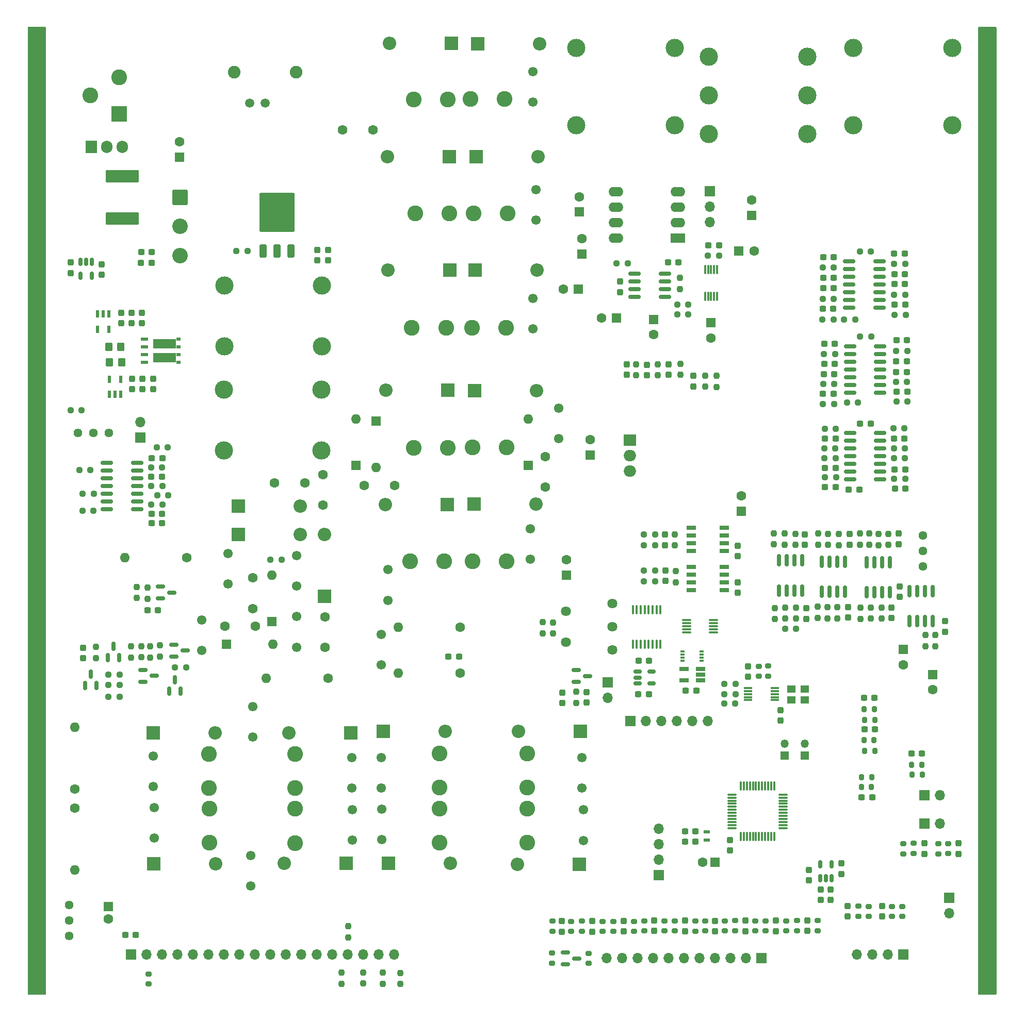
<source format=gts>
G04 #@! TF.GenerationSoftware,KiCad,Pcbnew,7.0.10*
G04 #@! TF.CreationDate,2024-11-23T11:02:06-08:00*
G04 #@! TF.ProjectId,fieldRadio,6669656c-6452-4616-9469-6f2e6b696361,rev?*
G04 #@! TF.SameCoordinates,Original*
G04 #@! TF.FileFunction,Soldermask,Top*
G04 #@! TF.FilePolarity,Negative*
%FSLAX46Y46*%
G04 Gerber Fmt 4.6, Leading zero omitted, Abs format (unit mm)*
G04 Created by KiCad (PCBNEW 7.0.10) date 2024-11-23 11:02:06*
%MOMM*%
%LPD*%
G01*
G04 APERTURE LIST*
G04 Aperture macros list*
%AMRoundRect*
0 Rectangle with rounded corners*
0 $1 Rounding radius*
0 $2 $3 $4 $5 $6 $7 $8 $9 X,Y pos of 4 corners*
0 Add a 4 corners polygon primitive as box body*
4,1,4,$2,$3,$4,$5,$6,$7,$8,$9,$2,$3,0*
0 Add four circle primitives for the rounded corners*
1,1,$1+$1,$2,$3*
1,1,$1+$1,$4,$5*
1,1,$1+$1,$6,$7*
1,1,$1+$1,$8,$9*
0 Add four rect primitives between the rounded corners*
20,1,$1+$1,$2,$3,$4,$5,0*
20,1,$1+$1,$4,$5,$6,$7,0*
20,1,$1+$1,$6,$7,$8,$9,0*
20,1,$1+$1,$8,$9,$2,$3,0*%
G04 Aperture macros list end*
%ADD10RoundRect,0.237500X-0.237500X0.300000X-0.237500X-0.300000X0.237500X-0.300000X0.237500X0.300000X0*%
%ADD11RoundRect,0.237500X0.250000X0.237500X-0.250000X0.237500X-0.250000X-0.237500X0.250000X-0.237500X0*%
%ADD12RoundRect,0.237500X0.237500X-0.250000X0.237500X0.250000X-0.237500X0.250000X-0.237500X-0.250000X0*%
%ADD13R,2.200000X2.200000*%
%ADD14O,2.200000X2.200000*%
%ADD15RoundRect,0.237500X-0.250000X-0.237500X0.250000X-0.237500X0.250000X0.237500X-0.250000X0.237500X0*%
%ADD16C,1.600000*%
%ADD17RoundRect,0.250000X0.350000X-0.850000X0.350000X0.850000X-0.350000X0.850000X-0.350000X-0.850000X0*%
%ADD18RoundRect,0.249997X2.650003X-2.950003X2.650003X2.950003X-2.650003X2.950003X-2.650003X-2.950003X0*%
%ADD19R,1.270000X0.610000*%
%ADD20R,0.710000X0.610000*%
%ADD21R,3.810000X1.650000*%
%ADD22RoundRect,0.150000X0.150000X-0.825000X0.150000X0.825000X-0.150000X0.825000X-0.150000X-0.825000X0*%
%ADD23C,1.550000*%
%ADD24RoundRect,0.237500X-0.237500X0.250000X-0.237500X-0.250000X0.237500X-0.250000X0.237500X0.250000X0*%
%ADD25R,1.905000X2.000000*%
%ADD26O,1.905000X2.000000*%
%ADD27RoundRect,0.200000X0.275000X-0.200000X0.275000X0.200000X-0.275000X0.200000X-0.275000X-0.200000X0*%
%ADD28RoundRect,0.237500X-0.300000X-0.237500X0.300000X-0.237500X0.300000X0.237500X-0.300000X0.237500X0*%
%ADD29R,1.600000X1.600000*%
%ADD30R,1.400000X1.200000*%
%ADD31RoundRect,0.150000X-0.587500X-0.150000X0.587500X-0.150000X0.587500X0.150000X-0.587500X0.150000X0*%
%ADD32RoundRect,0.200000X-0.275000X0.200000X-0.275000X-0.200000X0.275000X-0.200000X0.275000X0.200000X0*%
%ADD33RoundRect,0.200000X-0.200000X-0.275000X0.200000X-0.275000X0.200000X0.275000X-0.200000X0.275000X0*%
%ADD34RoundRect,0.075000X0.650000X0.075000X-0.650000X0.075000X-0.650000X-0.075000X0.650000X-0.075000X0*%
%ADD35R,0.600000X1.200000*%
%ADD36RoundRect,0.237500X0.237500X-0.300000X0.237500X0.300000X-0.237500X0.300000X-0.237500X-0.300000X0*%
%ADD37C,2.600000*%
%ADD38R,1.700000X1.700000*%
%ADD39O,1.700000X1.700000*%
%ADD40RoundRect,0.075000X0.075000X-0.662500X0.075000X0.662500X-0.075000X0.662500X-0.075000X-0.662500X0*%
%ADD41RoundRect,0.075000X0.662500X-0.075000X0.662500X0.075000X-0.662500X0.075000X-0.662500X-0.075000X0*%
%ADD42RoundRect,0.150000X0.825000X0.150000X-0.825000X0.150000X-0.825000X-0.150000X0.825000X-0.150000X0*%
%ADD43RoundRect,0.237500X0.300000X0.237500X-0.300000X0.237500X-0.300000X-0.237500X0.300000X-0.237500X0*%
%ADD44R,1.560000X0.650000*%
%ADD45C,3.000000*%
%ADD46RoundRect,0.150000X-0.512500X-0.150000X0.512500X-0.150000X0.512500X0.150000X-0.512500X0.150000X0*%
%ADD47R,1.528000X0.650000*%
%ADD48R,1.350000X1.350000*%
%ADD49O,1.350000X1.350000*%
%ADD50RoundRect,0.250000X-0.350000X-0.450000X0.350000X-0.450000X0.350000X0.450000X-0.350000X0.450000X0*%
%ADD51RoundRect,0.200000X0.200000X0.275000X-0.200000X0.275000X-0.200000X-0.275000X0.200000X-0.275000X0*%
%ADD52O,1.600000X1.600000*%
%ADD53RoundRect,0.250001X-2.474999X0.799999X-2.474999X-0.799999X2.474999X-0.799999X2.474999X0.799999X0*%
%ADD54R,2.000000X1.905000*%
%ADD55O,2.000000X1.905000*%
%ADD56C,1.440000*%
%ADD57R,2.400000X1.600000*%
%ADD58O,2.400000X1.600000*%
%ADD59RoundRect,0.249999X-1.025001X1.025001X-1.025001X-1.025001X1.025001X-1.025001X1.025001X1.025001X0*%
%ADD60C,2.550000*%
%ADD61RoundRect,0.150000X0.150000X-0.587500X0.150000X0.587500X-0.150000X0.587500X-0.150000X-0.587500X0*%
%ADD62RoundRect,0.075000X-0.075000X0.650000X-0.075000X-0.650000X0.075000X-0.650000X0.075000X0.650000X0*%
%ADD63R,1.400000X0.300000*%
%ADD64RoundRect,0.100000X-0.100000X0.637500X-0.100000X-0.637500X0.100000X-0.637500X0.100000X0.637500X0*%
%ADD65R,1.100000X0.600000*%
%ADD66C,2.090000*%
%ADD67C,1.509000*%
%ADD68R,0.800000X0.300000*%
%ADD69RoundRect,0.150000X-0.150000X0.512500X-0.150000X-0.512500X0.150000X-0.512500X0.150000X0.512500X0*%
%ADD70R,2.600000X2.600000*%
%ADD71C,1.627000*%
%ADD72RoundRect,0.150000X-0.825000X-0.150000X0.825000X-0.150000X0.825000X0.150000X-0.825000X0.150000X0*%
%ADD73RoundRect,0.150000X0.150000X-0.512500X0.150000X0.512500X-0.150000X0.512500X-0.150000X-0.512500X0*%
G04 APERTURE END LIST*
D10*
X164890000Y-218907500D03*
X164890000Y-220632500D03*
D11*
X208047500Y-120045000D03*
X206222500Y-120045000D03*
D10*
X164000000Y-181257500D03*
X164000000Y-182982500D03*
D12*
X219570000Y-173740000D03*
X219570000Y-171915000D03*
D13*
X162830000Y-209557635D03*
D14*
X152670000Y-209557635D03*
D10*
X121595000Y-108622500D03*
X121595000Y-110347500D03*
D15*
X112107500Y-159540000D03*
X113932500Y-159540000D03*
D16*
X104640000Y-170420000D03*
X109640000Y-170420000D03*
D17*
X110890000Y-108775000D03*
X113170000Y-108775000D03*
X115450000Y-108775000D03*
D18*
X113170000Y-102475000D03*
D19*
X91380000Y-123300000D03*
X91380000Y-124570000D03*
X91380000Y-125840000D03*
X91380000Y-127110000D03*
D20*
X97000000Y-125840000D03*
D21*
X94740000Y-126335000D03*
D20*
X97000000Y-127110000D03*
X97000000Y-123300000D03*
D21*
X94740000Y-124075000D03*
D20*
X97000000Y-124570000D03*
D22*
X202615000Y-164777500D03*
X203885000Y-164777500D03*
X205155000Y-164777500D03*
X206425000Y-164777500D03*
X206425000Y-159827500D03*
X205155000Y-159827500D03*
X203885000Y-159827500D03*
X202615000Y-159827500D03*
D23*
X92875000Y-191807635D03*
X92875000Y-196807635D03*
D10*
X173870000Y-127487500D03*
X173870000Y-129212500D03*
X219440000Y-206127500D03*
X219440000Y-207852500D03*
D24*
X90880000Y-173737500D03*
X90880000Y-175562500D03*
D23*
X125575000Y-200600000D03*
X125575000Y-205600000D03*
D25*
X82725000Y-91750000D03*
D26*
X85265000Y-91750000D03*
X87805000Y-91750000D03*
D27*
X208565000Y-218090000D03*
X208565000Y-216440000D03*
D28*
X202747500Y-118270000D03*
X204472500Y-118270000D03*
D12*
X210645000Y-169215000D03*
X210645000Y-167390000D03*
D28*
X209577500Y-187405000D03*
X211302500Y-187405000D03*
D11*
X216297500Y-110945000D03*
X214472500Y-110945000D03*
D28*
X214797500Y-128670000D03*
X216522500Y-128670000D03*
D29*
X185065112Y-209240000D03*
D16*
X183065112Y-209240000D03*
D28*
X209132500Y-198525000D03*
X210857500Y-198525000D03*
X202772500Y-132295000D03*
X204497500Y-132295000D03*
D27*
X181820000Y-220535000D03*
X181820000Y-218885000D03*
D11*
X204547500Y-116645000D03*
X202722500Y-116645000D03*
D30*
X199820000Y-180820000D03*
X197620000Y-180820000D03*
X197620000Y-182520000D03*
X199820000Y-182520000D03*
D28*
X90867500Y-109010000D03*
X92592500Y-109010000D03*
D24*
X208970000Y-167440000D03*
X208970000Y-169265000D03*
D15*
X96427500Y-177240000D03*
X98252500Y-177240000D03*
D31*
X160532500Y-224080000D03*
X160532500Y-225980000D03*
X162407500Y-225030000D03*
D11*
X216372500Y-119345000D03*
X214547500Y-119345000D03*
D12*
X203545000Y-169140000D03*
X203545000Y-167315000D03*
D32*
X221710000Y-206205000D03*
X221710000Y-207855000D03*
X178460000Y-218845000D03*
X178460000Y-220495000D03*
D33*
X209515000Y-189180000D03*
X211165000Y-189180000D03*
D29*
X220820000Y-178404888D03*
D16*
X220820000Y-180904888D03*
D32*
X168360000Y-218945000D03*
X168360000Y-220595000D03*
D34*
X184810000Y-171450000D03*
X184810000Y-170950000D03*
X184810000Y-170450000D03*
X184810000Y-169950000D03*
X184810000Y-169450000D03*
X180410000Y-169450000D03*
X180410000Y-169950000D03*
X180410000Y-170450000D03*
X180410000Y-170950000D03*
X180410000Y-171450000D03*
D35*
X85593762Y-119180000D03*
X84643762Y-119180000D03*
X83693762Y-119180000D03*
X83693762Y-121680000D03*
X85593762Y-121680000D03*
D36*
X188750000Y-158952500D03*
X188750000Y-157227500D03*
D11*
X108332500Y-108780000D03*
X106507500Y-108780000D03*
X204647500Y-130620000D03*
X202822500Y-130620000D03*
D36*
X199810000Y-157112500D03*
X199810000Y-155387500D03*
D24*
X175700000Y-127427500D03*
X175700000Y-129252500D03*
D11*
X216222500Y-142870000D03*
X214397500Y-142870000D03*
D29*
X168902380Y-119780000D03*
D16*
X166402380Y-119780000D03*
D10*
X175070000Y-218797500D03*
X175070000Y-220522500D03*
D13*
X124555000Y-209357635D03*
D14*
X114395000Y-209357635D03*
D31*
X162287500Y-177680000D03*
X162287500Y-179580000D03*
X164162500Y-178630000D03*
D37*
X139850000Y-196982635D03*
X139850000Y-191382635D03*
D38*
X223480000Y-215055000D03*
D39*
X223480000Y-217595000D03*
D28*
X172537500Y-176110000D03*
X174262500Y-176110000D03*
D16*
X112770000Y-146890000D03*
X117770000Y-146890000D03*
D40*
X189285000Y-205027500D03*
X189785000Y-205027500D03*
X190285000Y-205027500D03*
X190785000Y-205027500D03*
X191285000Y-205027500D03*
X191785000Y-205027500D03*
X192285000Y-205027500D03*
X192785000Y-205027500D03*
X193285000Y-205027500D03*
X193785000Y-205027500D03*
X194285000Y-205027500D03*
X194785000Y-205027500D03*
D41*
X196197500Y-203615000D03*
X196197500Y-203115000D03*
X196197500Y-202615000D03*
X196197500Y-202115000D03*
X196197500Y-201615000D03*
X196197500Y-201115000D03*
X196197500Y-200615000D03*
X196197500Y-200115000D03*
X196197500Y-199615000D03*
X196197500Y-199115000D03*
X196197500Y-198615000D03*
X196197500Y-198115000D03*
D40*
X194785000Y-196702500D03*
X194285000Y-196702500D03*
X193785000Y-196702500D03*
X193285000Y-196702500D03*
X192785000Y-196702500D03*
X192285000Y-196702500D03*
X191785000Y-196702500D03*
X191285000Y-196702500D03*
X190785000Y-196702500D03*
X190285000Y-196702500D03*
X189785000Y-196702500D03*
X189285000Y-196702500D03*
D41*
X187872500Y-198115000D03*
X187872500Y-198615000D03*
X187872500Y-199115000D03*
X187872500Y-199615000D03*
X187872500Y-200115000D03*
X187872500Y-200615000D03*
X187872500Y-201115000D03*
X187872500Y-201615000D03*
X187872500Y-202115000D03*
X187872500Y-202615000D03*
X187872500Y-203115000D03*
X187872500Y-203615000D03*
D38*
X90770000Y-139480000D03*
D39*
X90770000Y-136940000D03*
D11*
X170722500Y-110860000D03*
X168897500Y-110860000D03*
D10*
X213995000Y-167390000D03*
X213995000Y-169115000D03*
D11*
X87332500Y-182020000D03*
X85507500Y-182020000D03*
D23*
X125425000Y-197057635D03*
X125425000Y-192057635D03*
D10*
X160030000Y-181337500D03*
X160030000Y-183062500D03*
D16*
X123940000Y-88890000D03*
X128940000Y-88890000D03*
D32*
X186690000Y-218875000D03*
X186690000Y-220525000D03*
D42*
X212035000Y-118130000D03*
X212035000Y-116860000D03*
X212035000Y-115590000D03*
X212035000Y-114320000D03*
X212035000Y-113050000D03*
X212035000Y-111780000D03*
X212035000Y-110510000D03*
X207085000Y-110510000D03*
X207085000Y-111780000D03*
X207085000Y-113050000D03*
X207085000Y-114320000D03*
X207085000Y-115590000D03*
X207085000Y-116860000D03*
X207085000Y-118130000D03*
D15*
X196547500Y-170867500D03*
X198372500Y-170867500D03*
D43*
X204622500Y-129020000D03*
X202897500Y-129020000D03*
D37*
X154225000Y-200432635D03*
X154225000Y-206032635D03*
D44*
X182670000Y-179360000D03*
X182670000Y-178410000D03*
X182670000Y-177460000D03*
X179970000Y-177460000D03*
X179970000Y-179360000D03*
D45*
X162250000Y-75475000D03*
X178480000Y-75475000D03*
X162250000Y-88175000D03*
X178480000Y-88175000D03*
D10*
X188770000Y-163217500D03*
X188770000Y-164942500D03*
D45*
X120545000Y-114510000D03*
X104545000Y-114510000D03*
X120545000Y-124510000D03*
X104545000Y-124510000D03*
D33*
X217340000Y-193220000D03*
X218990000Y-193220000D03*
D37*
X139850000Y-200432635D03*
X139850000Y-206032635D03*
D11*
X208522500Y-133720000D03*
X206697500Y-133720000D03*
D10*
X180120000Y-218807500D03*
X180120000Y-220532500D03*
D46*
X172392500Y-177940000D03*
X172392500Y-178890000D03*
X172392500Y-179840000D03*
X174667500Y-179840000D03*
X174667500Y-177940000D03*
D47*
X181179000Y-160675000D03*
X181179000Y-161945000D03*
X181179000Y-163215000D03*
X181179000Y-164485000D03*
X186601000Y-164485000D03*
X186601000Y-163215000D03*
X186601000Y-161945000D03*
X186601000Y-160675000D03*
D48*
X196500000Y-191720000D03*
D49*
X196500000Y-189720000D03*
D43*
X208732500Y-147990000D03*
X207007500Y-147990000D03*
D23*
X163450000Y-200632635D03*
X163450000Y-205632635D03*
D43*
X216197500Y-109245000D03*
X214472500Y-109245000D03*
D32*
X173480000Y-218855000D03*
X173480000Y-220505000D03*
D27*
X171790000Y-220595000D03*
X171790000Y-218945000D03*
D23*
X116390000Y-173880000D03*
X116390000Y-168880000D03*
D28*
X214522500Y-114220000D03*
X216247500Y-114220000D03*
D16*
X127520000Y-147375000D03*
X132520000Y-147375000D03*
D29*
X191050000Y-102942379D03*
D16*
X191050000Y-100442379D03*
D50*
X85563762Y-124540000D03*
X87563762Y-124540000D03*
D29*
X188967621Y-108840000D03*
D16*
X191467621Y-108840000D03*
D11*
X188377500Y-183120000D03*
X186552500Y-183120000D03*
D12*
X127350000Y-229162500D03*
X127350000Y-227337500D03*
D28*
X92537500Y-145910000D03*
X94262500Y-145910000D03*
D31*
X96212500Y-173520000D03*
X96212500Y-175420000D03*
X98087500Y-174470000D03*
D27*
X223285000Y-207805000D03*
X223285000Y-206155000D03*
D10*
X202440000Y-213682500D03*
X202440000Y-215407500D03*
D37*
X135050000Y-159770000D03*
X140650000Y-159770000D03*
D16*
X157220000Y-142625000D03*
X157220000Y-147625000D03*
D28*
X217277500Y-191345000D03*
X219002500Y-191345000D03*
D37*
X101975000Y-197007635D03*
X101975000Y-191407635D03*
D43*
X216547500Y-123495000D03*
X214822500Y-123495000D03*
D13*
X145890000Y-93325000D03*
D14*
X156050000Y-93325000D03*
D43*
X94332500Y-153490000D03*
X92607500Y-153490000D03*
D23*
X130270000Y-176775000D03*
X130270000Y-171775000D03*
D24*
X213470000Y-155285000D03*
X213470000Y-157110000D03*
D28*
X91917500Y-167850000D03*
X93642500Y-167850000D03*
D43*
X185702500Y-107910000D03*
X183977500Y-107910000D03*
D11*
X216272500Y-146245000D03*
X214447500Y-146245000D03*
D15*
X81267500Y-148700000D03*
X83092500Y-148700000D03*
D37*
X102125000Y-200407635D03*
X102125000Y-206007635D03*
D43*
X204547500Y-113195000D03*
X202822500Y-113195000D03*
D15*
X202747500Y-111520000D03*
X204572500Y-111520000D03*
D28*
X214522500Y-112620000D03*
X216247500Y-112620000D03*
D11*
X216272500Y-115970000D03*
X214447500Y-115970000D03*
D36*
X207170000Y-157040000D03*
X207170000Y-155315000D03*
D15*
X173387500Y-155400000D03*
X175212500Y-155400000D03*
D27*
X214125000Y-218140000D03*
X214125000Y-216490000D03*
D10*
X185050000Y-218847500D03*
X185050000Y-220572500D03*
D15*
X183887500Y-109600000D03*
X185712500Y-109600000D03*
D10*
X225010000Y-206117500D03*
X225010000Y-207842500D03*
D13*
X141200000Y-131675000D03*
D14*
X131040000Y-131675000D03*
D43*
X204522500Y-114920000D03*
X202797500Y-114920000D03*
D10*
X169500000Y-113837500D03*
X169500000Y-115562500D03*
X206790000Y-216427500D03*
X206790000Y-218152500D03*
D37*
X135310000Y-121420000D03*
X140910000Y-121420000D03*
D10*
X170090000Y-218887500D03*
X170090000Y-220612500D03*
X89278762Y-118972500D03*
X89278762Y-120697500D03*
D42*
X90225000Y-151195000D03*
X90225000Y-149925000D03*
X90225000Y-148655000D03*
X90225000Y-147385000D03*
X90225000Y-146115000D03*
X90225000Y-144845000D03*
X90225000Y-143575000D03*
X85275000Y-143575000D03*
X85275000Y-144845000D03*
X85275000Y-146115000D03*
X85275000Y-147385000D03*
X85275000Y-148655000D03*
X85275000Y-149925000D03*
X85275000Y-151195000D03*
D32*
X164330000Y-224205000D03*
X164330000Y-225855000D03*
D29*
X97175000Y-93386395D03*
D16*
X97175000Y-90886395D03*
D51*
X211265000Y-190980000D03*
X209615000Y-190980000D03*
D29*
X154420000Y-144025000D03*
D52*
X154420000Y-136405000D03*
D36*
X81320000Y-175722500D03*
X81320000Y-173997500D03*
D45*
X207755000Y-75465000D03*
X223985000Y-75465000D03*
X207755000Y-88165000D03*
X223985000Y-88165000D03*
D29*
X163180000Y-109282379D03*
D16*
X163180000Y-106782379D03*
D10*
X159930000Y-218897500D03*
X159930000Y-220622500D03*
D11*
X81102500Y-134990000D03*
X79277500Y-134990000D03*
D15*
X203122500Y-146020000D03*
X204947500Y-146020000D03*
D37*
X144890000Y-83840000D03*
X150490000Y-83840000D03*
D15*
X208847500Y-122845000D03*
X210672500Y-122845000D03*
D23*
X100830000Y-174400000D03*
X100830000Y-169400000D03*
D22*
X217015000Y-169612442D03*
X218285000Y-169612442D03*
X219555000Y-169612442D03*
X220825000Y-169612442D03*
X220825000Y-164662442D03*
X219555000Y-164662442D03*
X218285000Y-164662442D03*
X217015000Y-164662442D03*
D32*
X201890000Y-218815000D03*
X201890000Y-220465000D03*
D10*
X212500000Y-216427500D03*
X212500000Y-218152500D03*
D53*
X87810000Y-96555000D03*
X87810000Y-103505000D03*
D10*
X190470000Y-177037500D03*
X190470000Y-178762500D03*
D23*
X155180000Y-121640000D03*
X155180000Y-116640000D03*
D15*
X203072500Y-137995000D03*
X204897500Y-137995000D03*
D13*
X141770000Y-74725000D03*
D14*
X131610000Y-74725000D03*
D37*
X145440000Y-102640000D03*
X151040000Y-102640000D03*
D32*
X192250000Y-177055000D03*
X192250000Y-178705000D03*
D12*
X158510000Y-171642500D03*
X158510000Y-169817500D03*
D24*
X185310000Y-129307500D03*
X185310000Y-131132500D03*
X211860000Y-155305000D03*
X211860000Y-157130000D03*
D11*
X216222500Y-141270000D03*
X214397500Y-141270000D03*
D29*
X104860000Y-173450000D03*
D52*
X112480000Y-173450000D03*
D23*
X155640000Y-103740000D03*
X155640000Y-98740000D03*
X130300000Y-197007635D03*
X130300000Y-192007635D03*
D43*
X216272500Y-144670000D03*
X214547500Y-144670000D03*
D54*
X171050000Y-139870000D03*
D55*
X171050000Y-142410000D03*
X171050000Y-144950000D03*
D56*
X79070000Y-216270000D03*
X79070000Y-218810000D03*
X79070000Y-221350000D03*
D28*
X203122500Y-147620000D03*
X204847500Y-147620000D03*
D13*
X162980000Y-187732635D03*
D14*
X152820000Y-187732635D03*
D43*
X181982500Y-181020000D03*
X180257500Y-181020000D03*
D24*
X194745000Y-155190000D03*
X194745000Y-157015000D03*
D37*
X154200000Y-196982635D03*
X154200000Y-191382635D03*
X145270000Y-159820000D03*
X150870000Y-159820000D03*
D10*
X205810000Y-209427500D03*
X205810000Y-211152500D03*
D15*
X85497500Y-180110000D03*
X87322500Y-180110000D03*
D32*
X215965000Y-206215000D03*
X215965000Y-207865000D03*
D24*
X201920000Y-167265000D03*
X201920000Y-169090000D03*
D12*
X123770000Y-229172500D03*
X123770000Y-227347500D03*
D57*
X178920000Y-106680000D03*
D58*
X178920000Y-104140000D03*
X178920000Y-101600000D03*
X178920000Y-99060000D03*
X168760000Y-99060000D03*
X168760000Y-101600000D03*
X168760000Y-104140000D03*
X168760000Y-106680000D03*
D12*
X208810000Y-157070000D03*
X208810000Y-155245000D03*
D11*
X180692500Y-119250000D03*
X178867500Y-119250000D03*
D43*
X179052500Y-110690000D03*
X177327500Y-110690000D03*
D24*
X178450000Y-155367500D03*
X178450000Y-157192500D03*
D42*
X212160000Y-132130000D03*
X212160000Y-130860000D03*
X212160000Y-129590000D03*
X212160000Y-128320000D03*
X212160000Y-127050000D03*
X212160000Y-125780000D03*
X212160000Y-124510000D03*
X207210000Y-124510000D03*
X207210000Y-125780000D03*
X207210000Y-127050000D03*
X207210000Y-128320000D03*
X207210000Y-129590000D03*
X207210000Y-130860000D03*
X207210000Y-132130000D03*
D13*
X92845000Y-187957635D03*
D14*
X103005000Y-187957635D03*
D24*
X83430000Y-173837500D03*
X83430000Y-175662500D03*
D36*
X79340000Y-112432500D03*
X79340000Y-110707500D03*
D27*
X215800000Y-218140000D03*
X215800000Y-216490000D03*
D59*
X97250000Y-99975000D03*
D60*
X97250000Y-104775000D03*
X97250000Y-109575000D03*
D37*
X145290000Y-141040000D03*
X150890000Y-141040000D03*
D24*
X205370000Y-155315000D03*
X205370000Y-157140000D03*
D29*
X189340000Y-151550000D03*
D16*
X189340000Y-149050000D03*
D37*
X135620000Y-83920000D03*
X141220000Y-83920000D03*
D10*
X176860000Y-155407500D03*
X176860000Y-157132500D03*
D16*
X121050000Y-168930000D03*
X121050000Y-173930000D03*
D13*
X131445000Y-209357635D03*
D14*
X141605000Y-209357635D03*
D12*
X91920000Y-165932500D03*
X91920000Y-164107500D03*
D50*
X85653762Y-127110000D03*
X87653762Y-127110000D03*
D43*
X174192500Y-181650000D03*
X172467500Y-181650000D03*
D10*
X200020000Y-167515000D03*
X200020000Y-169240000D03*
X181530000Y-129317500D03*
X181530000Y-131042500D03*
X206895000Y-167315000D03*
X206895000Y-169040000D03*
D12*
X172110000Y-129252500D03*
X172110000Y-127427500D03*
D29*
X162830000Y-102410000D03*
D16*
X162830000Y-99910000D03*
D23*
X131370000Y-166175000D03*
X131370000Y-161175000D03*
D11*
X87312500Y-178370000D03*
X85487500Y-178370000D03*
D13*
X106850000Y-155360000D03*
D14*
X117010000Y-155360000D03*
D33*
X209567858Y-184065000D03*
X211217858Y-184065000D03*
X209120000Y-195300000D03*
X210770000Y-195300000D03*
D11*
X216622500Y-125270000D03*
X214797500Y-125270000D03*
D31*
X91152500Y-177660000D03*
X91152500Y-179560000D03*
X93027500Y-178610000D03*
D13*
X141500000Y-111925000D03*
D14*
X131340000Y-111925000D03*
D12*
X212370000Y-169215000D03*
X212370000Y-167390000D03*
D43*
X204847500Y-144445000D03*
X203122500Y-144445000D03*
D23*
X108900000Y-213107635D03*
X108900000Y-208107635D03*
D24*
X124870000Y-219757500D03*
X124870000Y-221582500D03*
D28*
X180157500Y-205860000D03*
X181882500Y-205860000D03*
D23*
X116380000Y-158812365D03*
X116380000Y-163812365D03*
D61*
X95460000Y-181117500D03*
X97360000Y-181117500D03*
X96410000Y-179242500D03*
D28*
X202797500Y-109795000D03*
X204522500Y-109795000D03*
D10*
X90953762Y-118947500D03*
X90953762Y-120672500D03*
D29*
X85500000Y-216544887D03*
D16*
X85500000Y-218544887D03*
D13*
X141450000Y-93325000D03*
D14*
X131290000Y-93325000D03*
D51*
X219065000Y-194820000D03*
X217415000Y-194820000D03*
D28*
X90842500Y-110785000D03*
X92567500Y-110785000D03*
D12*
X92360000Y-175582500D03*
X92360000Y-173757500D03*
D35*
X85643762Y-132370000D03*
X86593762Y-132370000D03*
X87543762Y-132370000D03*
X87543762Y-129870000D03*
X85643762Y-129870000D03*
D38*
X192720000Y-224980000D03*
D39*
X190180000Y-224980000D03*
X187640000Y-224980000D03*
X185100000Y-224980000D03*
X182560000Y-224980000D03*
X180020000Y-224980000D03*
X177480000Y-224980000D03*
X174940000Y-224980000D03*
X172400000Y-224980000D03*
X169860000Y-224980000D03*
X167320000Y-224980000D03*
D29*
X129400000Y-136720000D03*
D52*
X129400000Y-144340000D03*
D32*
X166610000Y-218925000D03*
X166610000Y-220575000D03*
D10*
X84400000Y-111007500D03*
X84400000Y-112732500D03*
D38*
X167440000Y-179670000D03*
D39*
X167440000Y-182210000D03*
D62*
X185420000Y-111900000D03*
X184920000Y-111900000D03*
X184420000Y-111900000D03*
X183920000Y-111900000D03*
X183420000Y-111900000D03*
X183420000Y-116300000D03*
X183920000Y-116300000D03*
X184420000Y-116300000D03*
X184920000Y-116300000D03*
X185420000Y-116300000D03*
D43*
X216622500Y-131920000D03*
X214897500Y-131920000D03*
D38*
X215920000Y-224390000D03*
D39*
X213380000Y-224390000D03*
X210840000Y-224390000D03*
X208300000Y-224390000D03*
D43*
X216272500Y-117620000D03*
X214547500Y-117620000D03*
D11*
X180672500Y-117610000D03*
X178847500Y-117610000D03*
D36*
X87618762Y-120697500D03*
X87618762Y-118972500D03*
D32*
X92060000Y-227565000D03*
X92060000Y-229215000D03*
D13*
X146070000Y-74775000D03*
D14*
X156230000Y-74775000D03*
D15*
X92537500Y-150510000D03*
X94362500Y-150510000D03*
D23*
X130400000Y-200500000D03*
X130400000Y-205500000D03*
D12*
X179260000Y-115042500D03*
X179260000Y-113217500D03*
D29*
X215995000Y-174297387D03*
D16*
X215995000Y-176797387D03*
D38*
X184180000Y-98980000D03*
D39*
X184180000Y-101520000D03*
X184180000Y-104060000D03*
D36*
X176890000Y-162992500D03*
X176890000Y-161267500D03*
D12*
X89180000Y-175582500D03*
X89180000Y-173757500D03*
D24*
X203595000Y-155265000D03*
X203595000Y-157090000D03*
D16*
X121550000Y-178960000D03*
D52*
X111390000Y-178960000D03*
D12*
X179360000Y-129142500D03*
X179360000Y-127317500D03*
D29*
X164595000Y-142310000D03*
D16*
X164595000Y-139810000D03*
D15*
X202947500Y-125720000D03*
X204772500Y-125720000D03*
D13*
X145560000Y-150425000D03*
D14*
X155720000Y-150425000D03*
D38*
X175850000Y-211320000D03*
D39*
X175850000Y-208780000D03*
X175850000Y-206240000D03*
X175850000Y-203700000D03*
D43*
X216147500Y-139620000D03*
X214422500Y-139620000D03*
D63*
X194840000Y-182595000D03*
X194840000Y-182095000D03*
X194840000Y-181595000D03*
X194840000Y-181095000D03*
X194840000Y-180595000D03*
X190440000Y-180595000D03*
X190440000Y-181095000D03*
X190440000Y-181595000D03*
X190440000Y-182095000D03*
X190440000Y-182595000D03*
D31*
X94032500Y-163970000D03*
X94032500Y-165870000D03*
X95907500Y-164920000D03*
D23*
X109200000Y-183657635D03*
X109200000Y-188657635D03*
D10*
X92813762Y-129777500D03*
X92813762Y-131502500D03*
D23*
X105130000Y-163550000D03*
X105130000Y-158550000D03*
D64*
X176120000Y-167702500D03*
X175470000Y-167702500D03*
X174820000Y-167702500D03*
X174170000Y-167702500D03*
X173520000Y-167702500D03*
X172870000Y-167702500D03*
X172220000Y-167702500D03*
X171570000Y-167702500D03*
X171570000Y-173427500D03*
X172220000Y-173427500D03*
X172870000Y-173427500D03*
X173520000Y-173427500D03*
X174170000Y-173427500D03*
X174820000Y-173427500D03*
X175470000Y-173427500D03*
X176120000Y-173427500D03*
D27*
X198540000Y-220455000D03*
X198540000Y-218805000D03*
D37*
X145160000Y-121425000D03*
X150760000Y-121425000D03*
D22*
X195515000Y-164602500D03*
X196785000Y-164602500D03*
X198055000Y-164602500D03*
X199325000Y-164602500D03*
X199325000Y-159652500D03*
X198055000Y-159652500D03*
X196785000Y-159652500D03*
X195515000Y-159652500D03*
D27*
X196740000Y-220515000D03*
X196740000Y-218865000D03*
D12*
X205145000Y-169140000D03*
X205145000Y-167315000D03*
D27*
X217640000Y-207765000D03*
X217640000Y-206115000D03*
D11*
X188427500Y-179945000D03*
X186602500Y-179945000D03*
D12*
X196570000Y-169215000D03*
X196570000Y-167390000D03*
D10*
X204040000Y-213682500D03*
X204040000Y-215407500D03*
D28*
X180147500Y-204170000D03*
X181872500Y-204170000D03*
D12*
X162250000Y-183042500D03*
X162250000Y-181217500D03*
D10*
X195815000Y-184257500D03*
X195815000Y-185982500D03*
D29*
X174960000Y-120057620D03*
D16*
X174960000Y-122557620D03*
D27*
X158390000Y-220565000D03*
X158390000Y-218915000D03*
D61*
X85410000Y-175637500D03*
X87310000Y-175637500D03*
X86360000Y-173762500D03*
D37*
X135630000Y-141140000D03*
X141230000Y-141140000D03*
D28*
X202972500Y-124070000D03*
X204697500Y-124070000D03*
D24*
X156790000Y-169787500D03*
X156790000Y-171612500D03*
D32*
X191660000Y-218855000D03*
X191660000Y-220505000D03*
D28*
X92577500Y-151980000D03*
X94302500Y-151980000D03*
D15*
X92487500Y-144385000D03*
X94312500Y-144385000D03*
D32*
X161430000Y-218965000D03*
X161430000Y-220615000D03*
D10*
X187535000Y-205577500D03*
X187535000Y-207302500D03*
D65*
X183690000Y-205610000D03*
X183690000Y-204210000D03*
D27*
X210265000Y-218140000D03*
X210265000Y-216490000D03*
D66*
X106170000Y-79420000D03*
X116330000Y-79420000D03*
D67*
X111250000Y-84500000D03*
X108710000Y-84500000D03*
D10*
X190060000Y-218827500D03*
X190060000Y-220552500D03*
D56*
X80470000Y-138725000D03*
X83010000Y-138725000D03*
X85550000Y-138725000D03*
D13*
X125325000Y-187957635D03*
D14*
X115165000Y-187957635D03*
D43*
X94362500Y-142885000D03*
X92637500Y-142885000D03*
D15*
X203047500Y-142820000D03*
X204872500Y-142820000D03*
D36*
X170560000Y-129172500D03*
X170560000Y-127447500D03*
D37*
X135860000Y-102640000D03*
X141460000Y-102640000D03*
D56*
X219150000Y-160607500D03*
X219150000Y-158067500D03*
X219150000Y-155527500D03*
D23*
X159430000Y-139660000D03*
X159430000Y-134660000D03*
D24*
X196520000Y-155215000D03*
X196520000Y-157040000D03*
D13*
X92945000Y-209457635D03*
D14*
X103105000Y-209457635D03*
D68*
X182830000Y-176110000D03*
X182830000Y-175610000D03*
X182830000Y-175110000D03*
X182830000Y-174610000D03*
X179730000Y-174610000D03*
X179730000Y-175110000D03*
X179730000Y-175610000D03*
X179730000Y-176110000D03*
D36*
X222845000Y-171340000D03*
X222845000Y-169615000D03*
D27*
X176750000Y-220525000D03*
X176750000Y-218875000D03*
D24*
X194870000Y-167465000D03*
X194870000Y-169290000D03*
D27*
X158330000Y-225785000D03*
X158330000Y-224135000D03*
D37*
X116175000Y-197007635D03*
X116175000Y-191407635D03*
D16*
X120720000Y-145590000D03*
X120720000Y-150590000D03*
D12*
X221170000Y-173740000D03*
X221170000Y-171915000D03*
D28*
X214597500Y-147870000D03*
X216322500Y-147870000D03*
D10*
X119795000Y-108647500D03*
X119795000Y-110372500D03*
D29*
X160640000Y-162032380D03*
D16*
X160640000Y-159532380D03*
D15*
X173407500Y-157150000D03*
X175232500Y-157150000D03*
D13*
X145720000Y-111975000D03*
D14*
X155880000Y-111975000D03*
D11*
X188402500Y-181595000D03*
X186577500Y-181595000D03*
X95352500Y-148930000D03*
X93527500Y-148930000D03*
D13*
X130645000Y-187757635D03*
D14*
X140805000Y-187757635D03*
D43*
X204722500Y-127345000D03*
X202997500Y-127345000D03*
D13*
X120930000Y-165570000D03*
D14*
X120930000Y-155410000D03*
D12*
X183450000Y-131112500D03*
X183450000Y-129287500D03*
D48*
X199790000Y-191720000D03*
D49*
X199790000Y-189720000D03*
D29*
X162630000Y-115080000D03*
D16*
X160130000Y-115080000D03*
D23*
X93000000Y-200275000D03*
X93000000Y-205275000D03*
D28*
X214797500Y-126970000D03*
X216522500Y-126970000D03*
D51*
X211267858Y-185840000D03*
X209617858Y-185840000D03*
D11*
X216147500Y-137970000D03*
X214322500Y-137970000D03*
D15*
X208822500Y-108920000D03*
X210647500Y-108920000D03*
D16*
X80020000Y-197210000D03*
D52*
X80020000Y-187050000D03*
D16*
X109180000Y-167530000D03*
X109180000Y-162530000D03*
X98330000Y-159220000D03*
D52*
X88170000Y-159220000D03*
D24*
X178600000Y-161427500D03*
X178600000Y-163252500D03*
D36*
X89423762Y-131532500D03*
X89423762Y-129807500D03*
D13*
X145640000Y-131775000D03*
D14*
X155800000Y-131775000D03*
D45*
X184015000Y-83255000D03*
X200245000Y-83255000D03*
X184015000Y-76905000D03*
X200245000Y-76905000D03*
X184015000Y-89605000D03*
X200245000Y-89605000D03*
D23*
X154740000Y-159475000D03*
X154740000Y-154475000D03*
D42*
X212160000Y-146330000D03*
X212160000Y-145060000D03*
X212160000Y-143790000D03*
X212160000Y-142520000D03*
X212160000Y-141250000D03*
X212160000Y-139980000D03*
X212160000Y-138710000D03*
X207210000Y-138710000D03*
X207210000Y-139980000D03*
X207210000Y-141250000D03*
X207210000Y-142520000D03*
X207210000Y-143790000D03*
X207210000Y-145060000D03*
X207210000Y-146330000D03*
D11*
X82537500Y-144785000D03*
X80712500Y-144785000D03*
D38*
X219425000Y-198240000D03*
D39*
X221965000Y-198240000D03*
D61*
X81650000Y-180177500D03*
X83550000Y-180177500D03*
X82600000Y-178302500D03*
D15*
X173407500Y-163060000D03*
X175232500Y-163060000D03*
X202772500Y-133970000D03*
X204597500Y-133970000D03*
D69*
X82780000Y-110562500D03*
X81830000Y-110562500D03*
X80880000Y-110562500D03*
X80880000Y-112837500D03*
X82780000Y-112837500D03*
D47*
X181179000Y-154255000D03*
X181179000Y-155525000D03*
X181179000Y-156795000D03*
X181179000Y-158065000D03*
X186601000Y-158065000D03*
X186601000Y-156795000D03*
X186601000Y-155525000D03*
X186601000Y-154255000D03*
D16*
X143210000Y-178180000D03*
D52*
X133050000Y-178180000D03*
D11*
X216572500Y-130295000D03*
X214747500Y-130295000D03*
D27*
X193390000Y-220495000D03*
X193390000Y-218845000D03*
D38*
X171210000Y-186040000D03*
D39*
X173750000Y-186040000D03*
X176290000Y-186040000D03*
X178830000Y-186040000D03*
X181370000Y-186040000D03*
X183910000Y-186040000D03*
D29*
X126100000Y-144050000D03*
D52*
X126100000Y-136430000D03*
D70*
X87250000Y-86280000D03*
D37*
X87250000Y-80280000D03*
X82550000Y-83280000D03*
D11*
X83062500Y-151510000D03*
X81237500Y-151510000D03*
D10*
X195030000Y-218807500D03*
X195030000Y-220532500D03*
D39*
X132430000Y-224380000D03*
X129890000Y-224380000D03*
X127350000Y-224380000D03*
X124810000Y-224380000D03*
X122270000Y-224380000D03*
X119730000Y-224380000D03*
X117190000Y-224380000D03*
X114650000Y-224380000D03*
X112110000Y-224380000D03*
X109570000Y-224380000D03*
X107030000Y-224380000D03*
X104490000Y-224380000D03*
X101950000Y-224380000D03*
X99410000Y-224380000D03*
X96870000Y-224380000D03*
X94330000Y-224380000D03*
X91790000Y-224380000D03*
D38*
X89250000Y-224380000D03*
D16*
X143240000Y-170630000D03*
D52*
X133080000Y-170630000D03*
D28*
X203122500Y-139595000D03*
X204847500Y-139595000D03*
D11*
X95232500Y-141090000D03*
X93407500Y-141090000D03*
D45*
X120470000Y-131610000D03*
X104470000Y-131610000D03*
X120470000Y-141610000D03*
X104470000Y-141610000D03*
D12*
X93960000Y-175412500D03*
X93960000Y-173587500D03*
D15*
X173397500Y-161270000D03*
X175222500Y-161270000D03*
D16*
X79950000Y-200380000D03*
D52*
X79950000Y-210540000D03*
D12*
X198320000Y-169215000D03*
X198320000Y-167390000D03*
D28*
X209530358Y-182240000D03*
X211255358Y-182240000D03*
D71*
X160610000Y-168000000D03*
X160610000Y-173080000D03*
X168230000Y-166730000D03*
X168230000Y-170540000D03*
X168230000Y-174350000D03*
D72*
X171855000Y-112555000D03*
X171855000Y-113825000D03*
X171855000Y-115095000D03*
X171855000Y-116365000D03*
X176805000Y-116365000D03*
X176805000Y-115095000D03*
X176805000Y-113825000D03*
X176805000Y-112555000D03*
D36*
X177480000Y-129162500D03*
X177480000Y-127437500D03*
D28*
X141307500Y-175410000D03*
X143032500Y-175410000D03*
D24*
X198295000Y-155265000D03*
X198295000Y-157090000D03*
D37*
X116125000Y-200457635D03*
X116125000Y-206057635D03*
D27*
X163220000Y-220565000D03*
X163220000Y-218915000D03*
D36*
X91083762Y-131512500D03*
X91083762Y-129787500D03*
D10*
X200470000Y-210507500D03*
X200470000Y-212232500D03*
D23*
X155170000Y-84375000D03*
X155170000Y-79375000D03*
D51*
X210745000Y-196850000D03*
X209095000Y-196850000D03*
D29*
X112350000Y-169660000D03*
D52*
X112350000Y-162040000D03*
D23*
X163250000Y-197057635D03*
X163250000Y-192057635D03*
D13*
X141120000Y-150475000D03*
D14*
X130960000Y-150475000D03*
D10*
X200210000Y-218757500D03*
X200210000Y-220482500D03*
D38*
X219425000Y-202900000D03*
D39*
X221965000Y-202900000D03*
D36*
X215370000Y-165615000D03*
X215370000Y-163890000D03*
D28*
X208872500Y-137170000D03*
X210597500Y-137170000D03*
D36*
X215190000Y-156960000D03*
X215190000Y-155235000D03*
D22*
X209915000Y-164877500D03*
X211185000Y-164877500D03*
X212455000Y-164877500D03*
X213725000Y-164877500D03*
X213725000Y-159927500D03*
X212455000Y-159927500D03*
X211185000Y-159927500D03*
X209915000Y-159927500D03*
D15*
X202997500Y-141220000D03*
X204822500Y-141220000D03*
D32*
X193810000Y-177005000D03*
X193810000Y-178655000D03*
D13*
X106840000Y-150750000D03*
D14*
X117000000Y-150750000D03*
D73*
X202330000Y-211867500D03*
X203280000Y-211867500D03*
X204230000Y-211867500D03*
X204230000Y-209592500D03*
X202330000Y-209592500D03*
D15*
X92537500Y-147410000D03*
X94362500Y-147410000D03*
D12*
X130510000Y-229212500D03*
X130510000Y-227387500D03*
X90120000Y-165832500D03*
X90120000Y-164007500D03*
D29*
X184380000Y-120600000D03*
D16*
X184380000Y-123100000D03*
D27*
X188390000Y-220485000D03*
X188390000Y-218835000D03*
D15*
X202697500Y-120045000D03*
X204522500Y-120045000D03*
D11*
X216647500Y-133520000D03*
X214822500Y-133520000D03*
D24*
X210380000Y-155245000D03*
X210380000Y-157070000D03*
D27*
X183440000Y-220525000D03*
X183440000Y-218875000D03*
D24*
X202000000Y-155227500D03*
X202000000Y-157052500D03*
D12*
X133450000Y-229232500D03*
X133450000Y-227407500D03*
D43*
X89972500Y-221200000D03*
X88247500Y-221200000D03*
G36*
X231193039Y-72019685D02*
G01*
X231238794Y-72072489D01*
X231250000Y-72124000D01*
X231250000Y-230866412D01*
X231230315Y-230933451D01*
X231177511Y-230979206D01*
X231126413Y-230990411D01*
X228374413Y-230999585D01*
X228307309Y-230980124D01*
X228261378Y-230927473D01*
X228250000Y-230875586D01*
X228250000Y-72124000D01*
X228269685Y-72056961D01*
X228322489Y-72011206D01*
X228374000Y-72000000D01*
X231126000Y-72000000D01*
X231193039Y-72019685D01*
G37*
G36*
X75193039Y-72019685D02*
G01*
X75238794Y-72072489D01*
X75250000Y-72124000D01*
X75250000Y-230876000D01*
X75230315Y-230943039D01*
X75177511Y-230988794D01*
X75126000Y-231000000D01*
X72374000Y-231000000D01*
X72306961Y-230980315D01*
X72261206Y-230927511D01*
X72250000Y-230876000D01*
X72250000Y-72124000D01*
X72269685Y-72056961D01*
X72322489Y-72011206D01*
X72374000Y-72000000D01*
X75126000Y-72000000D01*
X75193039Y-72019685D01*
G37*
M02*

</source>
